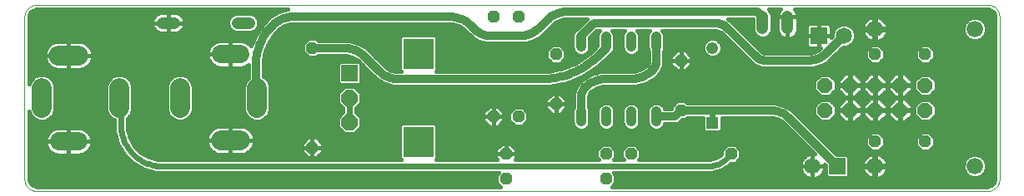
<source format=gbl>
G75*
%MOIN*%
%OFA0B0*%
%FSLAX24Y24*%
%IPPOS*%
%LPD*%
%AMOC8*
5,1,8,0,0,1.08239X$1,22.5*
%
%ADD10C,0.0010*%
%ADD11C,0.0787*%
%ADD12C,0.0748*%
%ADD13R,0.0660X0.0660*%
%ADD14OC8,0.0660*%
%ADD15R,0.1227X0.1227*%
%ADD16OC8,0.0600*%
%ADD17R,0.0480X0.0480*%
%ADD18C,0.0480*%
%ADD19C,0.0480*%
%ADD20OC8,0.0480*%
%ADD21R,0.0650X0.0650*%
%ADD22C,0.0650*%
%ADD23C,0.0660*%
%ADD24C,0.0413*%
%ADD25C,0.0472*%
%ADD26C,0.0160*%
%ADD27C,0.0320*%
%ADD28C,0.0240*%
D10*
X001260Y001510D02*
X039236Y001510D01*
X039280Y001512D01*
X039323Y001518D01*
X039366Y001527D01*
X039407Y001540D01*
X039448Y001557D01*
X039487Y001577D01*
X039523Y001601D01*
X039558Y001627D01*
X039590Y001657D01*
X039620Y001689D01*
X039646Y001724D01*
X039670Y001760D01*
X039690Y001799D01*
X039707Y001840D01*
X039720Y001881D01*
X039729Y001924D01*
X039735Y001967D01*
X039737Y002011D01*
X039736Y002011D02*
X039736Y008514D01*
X039737Y008514D02*
X039735Y008556D01*
X039730Y008597D01*
X039721Y008637D01*
X039708Y008677D01*
X039692Y008716D01*
X039673Y008753D01*
X039651Y008788D01*
X039625Y008821D01*
X039597Y008851D01*
X039567Y008879D01*
X039534Y008905D01*
X039499Y008927D01*
X039462Y008946D01*
X039423Y008962D01*
X039383Y008975D01*
X039343Y008984D01*
X039302Y008989D01*
X039260Y008991D01*
X039260Y008990D02*
X001240Y008990D01*
X001198Y008988D01*
X001157Y008983D01*
X001116Y008974D01*
X001076Y008961D01*
X001037Y008945D01*
X001000Y008926D01*
X000965Y008903D01*
X000931Y008878D01*
X000901Y008849D01*
X000872Y008819D01*
X000847Y008785D01*
X000824Y008750D01*
X000805Y008713D01*
X000789Y008674D01*
X000776Y008634D01*
X000767Y008593D01*
X000762Y008552D01*
X000760Y008510D01*
X000760Y002010D01*
X000762Y001966D01*
X000768Y001923D01*
X000777Y001881D01*
X000790Y001839D01*
X000807Y001799D01*
X000827Y001760D01*
X000850Y001723D01*
X000877Y001689D01*
X000906Y001656D01*
X000939Y001627D01*
X000973Y001600D01*
X001010Y001577D01*
X001049Y001557D01*
X001089Y001540D01*
X001131Y001527D01*
X001173Y001518D01*
X001216Y001512D01*
X001260Y001510D01*
D11*
X008603Y003560D02*
X009390Y003560D01*
X010059Y004866D02*
X010059Y005654D01*
X006970Y005654D02*
X006970Y004866D01*
X004550Y004866D02*
X004550Y005654D01*
X001461Y005654D02*
X001461Y004866D01*
X002130Y006960D02*
X002917Y006960D01*
D12*
X008622Y007010D02*
X009370Y007010D01*
X002898Y003510D02*
X002150Y003510D01*
D13*
X013754Y006244D03*
D14*
X013754Y005260D03*
X013754Y004276D03*
D15*
X016510Y003488D03*
X016510Y007032D03*
D16*
X032760Y005760D03*
X033760Y005760D03*
X034760Y005760D03*
X035760Y005760D03*
X036760Y005760D03*
X036760Y004760D03*
X035760Y004760D03*
X034760Y004760D03*
X033760Y004760D03*
X032760Y004760D03*
D17*
X028260Y004260D03*
D18*
X028260Y007260D03*
D19*
X009750Y008260D02*
X009270Y008260D01*
X006750Y008260D02*
X006270Y008260D01*
D20*
X012260Y007260D03*
X019510Y008510D03*
X020510Y008510D03*
X022010Y007010D03*
X027010Y006760D03*
X022010Y005010D03*
X020510Y004510D03*
X019510Y004510D03*
X020010Y003010D03*
X020010Y002010D03*
X024010Y002010D03*
X024010Y003010D03*
X025010Y003010D03*
X029010Y003010D03*
X034760Y003510D03*
X036760Y003510D03*
X027010Y004760D03*
X034760Y007010D03*
X036760Y007010D03*
X012260Y003260D03*
D21*
X032510Y007760D03*
X033260Y002510D03*
D22*
X032260Y002510D03*
X033510Y007760D03*
D23*
X034760Y008010D03*
X038760Y008010D03*
X038760Y002510D03*
X034760Y002510D03*
D24*
X026010Y004303D02*
X026010Y004717D01*
X025010Y004717D02*
X025010Y004303D01*
X024010Y004303D02*
X024010Y004717D01*
X023010Y004717D02*
X023010Y004303D01*
X023010Y007303D02*
X023010Y007717D01*
X024010Y007717D02*
X024010Y007303D01*
X025010Y007303D02*
X025010Y007717D01*
X026010Y007717D02*
X026010Y007303D01*
D25*
X030260Y008038D02*
X030260Y008510D01*
X031260Y008510D02*
X031260Y008038D01*
D26*
X031260Y008009D02*
X031260Y008009D01*
X031260Y007850D02*
X031260Y007850D01*
X031531Y007720D02*
X031577Y007766D01*
X031616Y007819D01*
X031646Y007878D01*
X031666Y007940D01*
X031676Y008005D01*
X031676Y008510D01*
X031676Y008543D01*
X031666Y008607D01*
X031646Y008670D01*
X031616Y008728D01*
X031577Y008781D01*
X031553Y008805D01*
X039260Y008805D01*
X039317Y008800D01*
X039422Y008756D01*
X039502Y008676D01*
X039546Y008570D01*
X039551Y008514D01*
X039551Y002011D01*
X039545Y001949D01*
X039498Y001835D01*
X039411Y001748D01*
X039297Y001701D01*
X039236Y001695D01*
X024232Y001695D01*
X024390Y001853D01*
X024390Y002167D01*
X024307Y002250D01*
X028228Y002250D01*
X028579Y002344D01*
X028893Y002525D01*
X028998Y002630D01*
X029167Y002630D01*
X029390Y002853D01*
X029390Y003167D01*
X029167Y003390D01*
X028853Y003390D01*
X028630Y003167D01*
X028630Y003001D01*
X028569Y002947D01*
X028375Y002835D01*
X028159Y002777D01*
X028047Y002770D01*
X025307Y002770D01*
X025390Y002853D01*
X025390Y003167D01*
X025167Y003390D01*
X024853Y003390D01*
X024630Y003167D01*
X024630Y002853D01*
X024713Y002770D01*
X024307Y002770D01*
X024390Y002853D01*
X024390Y003167D01*
X024167Y003390D01*
X023853Y003390D01*
X023630Y003167D01*
X023630Y002853D01*
X023713Y002770D01*
X020364Y002770D01*
X020430Y002836D01*
X020430Y003010D01*
X020430Y003184D01*
X020184Y003430D01*
X020010Y003430D01*
X020010Y003010D01*
X020010Y003010D01*
X020430Y003010D01*
X020010Y003010D01*
X020010Y003010D01*
X020010Y003010D01*
X019590Y003010D01*
X019590Y003184D01*
X019836Y003430D01*
X020010Y003430D01*
X020010Y003010D01*
X019590Y003010D01*
X019590Y002836D01*
X019656Y002770D01*
X017216Y002770D01*
X017263Y002817D01*
X017263Y004160D01*
X017181Y004242D01*
X015839Y004242D01*
X015757Y004160D01*
X015757Y002817D01*
X015804Y002770D01*
X006279Y002770D01*
X006095Y002782D01*
X005740Y002877D01*
X005421Y003061D01*
X005161Y003321D01*
X004977Y003640D01*
X004882Y003995D01*
X004870Y004179D01*
X004870Y004432D01*
X005002Y004564D01*
X005083Y004760D01*
X005083Y005760D01*
X005002Y005956D01*
X004852Y006106D01*
X004656Y006187D01*
X004444Y006187D01*
X004247Y006106D01*
X004097Y005956D01*
X004016Y005760D01*
X004016Y004760D01*
X004097Y004564D01*
X004247Y004414D01*
X004350Y004371D01*
X004350Y003925D01*
X004481Y003434D01*
X004735Y002995D01*
X005095Y002635D01*
X005534Y002381D01*
X006025Y002250D01*
X019713Y002250D01*
X019630Y002167D01*
X019630Y001853D01*
X019788Y001695D01*
X001260Y001695D01*
X001199Y001701D01*
X001085Y001748D01*
X000998Y001835D01*
X000951Y001949D01*
X000945Y002010D01*
X000945Y004717D01*
X001008Y004564D01*
X001158Y004414D01*
X001355Y004333D01*
X001567Y004333D01*
X001763Y004414D01*
X001913Y004564D01*
X001994Y004760D01*
X001994Y005760D01*
X001913Y005956D01*
X001763Y006106D01*
X001567Y006187D01*
X001355Y006187D01*
X001158Y006106D01*
X001008Y005956D01*
X000945Y005803D01*
X000945Y008510D01*
X000951Y008568D01*
X000995Y008674D01*
X001076Y008756D01*
X001183Y008800D01*
X001240Y008805D01*
X011286Y008805D01*
X010927Y008709D01*
X010590Y008515D01*
X010495Y008419D01*
X010453Y008377D01*
X010411Y008335D01*
X010411Y008335D01*
X010276Y008200D01*
X009999Y007785D01*
X009815Y007341D01*
X009793Y007371D01*
X009731Y007433D01*
X009661Y007484D01*
X009583Y007524D01*
X009500Y007551D01*
X009414Y007564D01*
X008996Y007564D01*
X008579Y007564D01*
X008492Y007551D01*
X008410Y007524D01*
X008332Y007484D01*
X008261Y007433D01*
X008200Y007371D01*
X008148Y007301D01*
X008109Y007223D01*
X008082Y007140D01*
X008068Y007054D01*
X008068Y007010D01*
X008068Y006967D01*
X008082Y006881D01*
X008109Y006798D01*
X008148Y006720D01*
X008200Y006649D01*
X008261Y006588D01*
X008332Y006537D01*
X008410Y006497D01*
X008492Y006470D01*
X008579Y006456D01*
X008996Y006456D01*
X008996Y007010D01*
X008996Y007010D01*
X008068Y007010D01*
X008996Y007010D01*
X008996Y007010D01*
X008996Y006456D01*
X009414Y006456D01*
X009500Y006470D01*
X009583Y006497D01*
X009661Y006537D01*
X009710Y006572D01*
X009710Y006059D01*
X009607Y005956D01*
X009526Y005760D01*
X009526Y004760D01*
X009607Y004564D01*
X009757Y004414D01*
X009953Y004333D01*
X010165Y004333D01*
X010362Y004414D01*
X010512Y004564D01*
X010593Y004760D01*
X010593Y005760D01*
X010512Y005956D01*
X010362Y006106D01*
X010310Y006127D01*
X010310Y006584D01*
X010319Y006774D01*
X010393Y007146D01*
X010539Y007496D01*
X010749Y007812D01*
X010877Y007953D01*
X010963Y008029D01*
X011162Y008143D01*
X011383Y008202D01*
X011498Y008210D01*
X017742Y008210D01*
X017866Y008202D01*
X018106Y008138D01*
X018321Y008014D01*
X018414Y007932D01*
X018456Y007890D01*
X018456Y007890D01*
X018633Y007713D01*
X018685Y007661D01*
X018914Y007529D01*
X019170Y007460D01*
X020803Y007460D01*
X021099Y007537D01*
X021099Y007537D01*
X021367Y007685D01*
X021434Y007749D01*
X021434Y007749D01*
X021876Y008169D01*
X021876Y008169D01*
X021920Y008210D01*
X021990Y008269D01*
X022150Y008358D01*
X022328Y008404D01*
X022420Y008410D01*
X023236Y008410D01*
X023155Y008329D01*
X023152Y008326D01*
X022852Y008027D01*
X022814Y008011D01*
X022716Y007913D01*
X022663Y007786D01*
X022663Y007234D01*
X022716Y007107D01*
X022814Y007009D01*
X022941Y006957D01*
X023079Y006957D01*
X023206Y007009D01*
X023304Y007107D01*
X023357Y007234D01*
X023357Y007682D01*
X023576Y007902D01*
X023579Y007905D01*
X023619Y007944D01*
X023627Y007951D01*
X023646Y007959D01*
X023656Y007960D01*
X023763Y007960D01*
X023716Y007913D01*
X023663Y007786D01*
X023663Y007338D01*
X023545Y007219D01*
X023545Y007219D01*
X023541Y007215D01*
X023503Y007177D01*
X023287Y006982D01*
X022805Y006659D01*
X022269Y006437D01*
X021700Y006324D01*
X021410Y006310D01*
X017213Y006310D01*
X017263Y006360D01*
X017263Y007703D01*
X017181Y007785D01*
X015839Y007785D01*
X015757Y007703D01*
X015757Y006360D01*
X015807Y006310D01*
X015687Y006310D01*
X015592Y006316D01*
X015407Y006366D01*
X015242Y006461D01*
X015170Y006524D01*
X014592Y007102D01*
X014591Y007103D01*
X014507Y007187D01*
X014418Y007277D01*
X014094Y007463D01*
X013734Y007560D01*
X012497Y007560D01*
X012417Y007640D01*
X012103Y007640D01*
X011880Y007417D01*
X011880Y007103D01*
X012103Y006880D01*
X012417Y006880D01*
X012497Y006960D01*
X013547Y006960D01*
X013654Y006953D01*
X013860Y006898D01*
X014045Y006791D01*
X014125Y006720D01*
X014131Y006714D01*
X013366Y006714D01*
X013284Y006632D01*
X013284Y005856D01*
X013366Y005774D01*
X014142Y005774D01*
X014224Y005856D01*
X014224Y006622D01*
X014788Y006058D01*
X014788Y006058D01*
X014870Y005976D01*
X015173Y005801D01*
X015173Y005801D01*
X015512Y005710D01*
X021760Y005710D01*
X022448Y005847D01*
X022448Y005847D01*
X023096Y006115D01*
X023679Y006505D01*
X023885Y006710D01*
X023965Y006791D01*
X023969Y006795D01*
X024168Y006993D01*
X024206Y007009D01*
X024304Y007107D01*
X024357Y007234D01*
X024357Y007786D01*
X024304Y007913D01*
X024257Y007960D01*
X024763Y007960D01*
X024716Y007913D01*
X024663Y007786D01*
X024663Y007234D01*
X024716Y007107D01*
X024814Y007009D01*
X024941Y006957D01*
X025079Y006957D01*
X025206Y007009D01*
X025304Y007107D01*
X025357Y007234D01*
X025357Y007786D01*
X025304Y007913D01*
X025257Y007960D01*
X025763Y007960D01*
X025716Y007913D01*
X025663Y007786D01*
X025663Y007234D01*
X025710Y007122D01*
X025710Y006699D01*
X025707Y006669D01*
X025684Y006612D01*
X025664Y006588D01*
X025571Y006506D01*
X025356Y006382D01*
X025116Y006318D01*
X024992Y006310D01*
X024033Y006310D01*
X023786Y006310D01*
X023426Y006213D01*
X023102Y006027D01*
X023013Y005937D01*
X023013Y005937D01*
X022970Y005895D01*
X022952Y005876D01*
X022928Y005852D01*
X022845Y005770D01*
X022710Y005443D01*
X022710Y004898D01*
X022663Y004786D01*
X022663Y004234D01*
X022716Y004107D01*
X022814Y004009D01*
X022941Y003957D01*
X023079Y003957D01*
X023206Y004009D01*
X023304Y004107D01*
X023357Y004234D01*
X023357Y004786D01*
X023310Y004898D01*
X023310Y005266D01*
X023316Y005322D01*
X023359Y005427D01*
X023395Y005470D01*
X023395Y005470D01*
X023475Y005541D01*
X023660Y005648D01*
X023866Y005703D01*
X023973Y005710D01*
X025196Y005710D01*
X025591Y005816D01*
X025944Y006020D01*
X026046Y006122D01*
X026046Y006122D01*
X026088Y006164D01*
X026088Y006164D01*
X026089Y006165D01*
X026130Y006206D01*
X026130Y006206D01*
X026195Y006270D01*
X026195Y006270D01*
X026310Y006549D01*
X026310Y007122D01*
X026357Y007234D01*
X026357Y007786D01*
X026304Y007913D01*
X026257Y007960D01*
X028368Y007960D01*
X028419Y007957D01*
X028517Y007930D01*
X028606Y007879D01*
X028644Y007846D01*
X029834Y006655D01*
X029834Y006655D01*
X029906Y006583D01*
X029906Y006583D01*
X030204Y006460D01*
X032295Y006460D01*
X032600Y006542D01*
X032600Y006542D01*
X032874Y006700D01*
X032874Y006700D01*
X032944Y006770D01*
X033469Y007295D01*
X033602Y007295D01*
X033773Y007366D01*
X033904Y007497D01*
X033975Y007668D01*
X033975Y007852D01*
X033904Y008023D01*
X033773Y008154D01*
X033602Y008225D01*
X033418Y008225D01*
X033247Y008154D01*
X033116Y008023D01*
X033045Y007852D01*
X033045Y007719D01*
X033015Y007689D01*
X033015Y007760D01*
X033015Y008109D01*
X033003Y008154D01*
X032979Y008196D01*
X032946Y008229D01*
X032904Y008253D01*
X032859Y008265D01*
X032510Y008265D01*
X032510Y007760D01*
X032510Y007760D01*
X033015Y007760D01*
X032510Y007760D01*
X032510Y007760D01*
X032510Y007255D01*
X032581Y007255D01*
X032562Y007236D01*
X032503Y007184D01*
X032367Y007106D01*
X032215Y007065D01*
X032137Y007060D01*
X030366Y007060D01*
X030324Y007064D01*
X030248Y007096D01*
X030216Y007122D01*
X029026Y008312D01*
X028976Y008362D01*
X028976Y008362D01*
X028893Y008410D01*
X029884Y008410D01*
X029884Y007963D01*
X029941Y007824D01*
X030047Y007719D01*
X030185Y007661D01*
X030335Y007661D01*
X030473Y007719D01*
X030579Y007824D01*
X030636Y007963D01*
X030636Y008585D01*
X030579Y008723D01*
X030497Y008805D01*
X030967Y008805D01*
X030943Y008781D01*
X030904Y008728D01*
X030874Y008670D01*
X030854Y008607D01*
X030844Y008543D01*
X030844Y008510D01*
X030844Y008005D01*
X030854Y007940D01*
X030874Y007878D01*
X030904Y007819D01*
X030943Y007766D01*
X030989Y007720D01*
X031042Y007682D01*
X031100Y007652D01*
X031163Y007632D01*
X031227Y007621D01*
X031260Y007621D01*
X031293Y007621D01*
X031357Y007632D01*
X031420Y007652D01*
X031478Y007682D01*
X031531Y007720D01*
X031492Y007692D02*
X032005Y007692D01*
X032005Y007760D02*
X032005Y007411D01*
X032017Y007366D01*
X032041Y007324D01*
X032074Y007291D01*
X032116Y007267D01*
X032161Y007255D01*
X032510Y007255D01*
X032510Y007760D01*
X032510Y007760D01*
X032510Y007760D01*
X032005Y007760D01*
X032005Y008109D01*
X032017Y008154D01*
X032041Y008196D01*
X032074Y008229D01*
X032116Y008253D01*
X032161Y008265D01*
X032510Y008265D01*
X032510Y007760D01*
X032005Y007760D01*
X032005Y007850D02*
X031632Y007850D01*
X031676Y008009D02*
X032005Y008009D01*
X032510Y008009D02*
X032510Y008009D01*
X032510Y007850D02*
X032510Y007850D01*
X033015Y007850D02*
X033045Y007850D01*
X033015Y008009D02*
X033110Y008009D01*
X032995Y008167D02*
X033278Y008167D01*
X033742Y008167D02*
X034275Y008167D01*
X034263Y008129D02*
X034287Y008206D01*
X034324Y008277D01*
X034371Y008342D01*
X034428Y008399D01*
X034493Y008446D01*
X034564Y008483D01*
X034641Y008507D01*
X034720Y008520D01*
X034730Y008520D01*
X034730Y008040D01*
X034790Y008040D01*
X035270Y008040D01*
X035270Y008050D01*
X035257Y008129D01*
X035233Y008206D01*
X035196Y008277D01*
X035149Y008342D01*
X035092Y008399D01*
X035027Y008446D01*
X034956Y008483D01*
X034879Y008507D01*
X034800Y008520D01*
X034790Y008520D01*
X034790Y008040D01*
X034790Y007980D01*
X035270Y007980D01*
X035270Y007970D01*
X035257Y007891D01*
X035233Y007814D01*
X035196Y007743D01*
X035149Y007678D01*
X035092Y007621D01*
X035027Y007574D01*
X034956Y007537D01*
X034879Y007513D01*
X034800Y007500D01*
X034790Y007500D01*
X034790Y007980D01*
X034730Y007980D01*
X034730Y007500D01*
X034720Y007500D01*
X034641Y007513D01*
X034564Y007537D01*
X034493Y007574D01*
X034428Y007621D01*
X034371Y007678D01*
X034324Y007743D01*
X034287Y007814D01*
X034263Y007891D01*
X034250Y007970D01*
X034250Y007980D01*
X034730Y007980D01*
X034730Y008040D01*
X034250Y008040D01*
X034250Y008050D01*
X034263Y008129D01*
X033910Y008009D02*
X034730Y008009D01*
X034790Y008009D02*
X038290Y008009D01*
X038290Y007917D02*
X038362Y007744D01*
X038494Y007612D01*
X038667Y007540D01*
X038853Y007540D01*
X039026Y007612D01*
X039158Y007744D01*
X039230Y007917D01*
X039230Y008103D01*
X039158Y008276D01*
X039026Y008408D01*
X038853Y008480D01*
X038667Y008480D01*
X038494Y008408D01*
X038362Y008276D01*
X038290Y008103D01*
X038290Y007917D01*
X038318Y007850D02*
X035244Y007850D01*
X034790Y007850D02*
X034730Y007850D01*
X034276Y007850D02*
X033975Y007850D01*
X033975Y007692D02*
X034361Y007692D01*
X034578Y007533D02*
X033919Y007533D01*
X033782Y007375D02*
X034587Y007375D01*
X034603Y007390D02*
X034380Y007167D01*
X034380Y006853D01*
X034603Y006630D01*
X034917Y006630D01*
X035140Y006853D01*
X035140Y007167D01*
X034917Y007390D01*
X034603Y007390D01*
X034933Y007375D02*
X036587Y007375D01*
X036603Y007390D02*
X036380Y007167D01*
X036380Y006853D01*
X036603Y006630D01*
X036917Y006630D01*
X037140Y006853D01*
X037140Y007167D01*
X036917Y007390D01*
X036603Y007390D01*
X036933Y007375D02*
X039551Y007375D01*
X039551Y007533D02*
X034942Y007533D01*
X034790Y007533D02*
X034730Y007533D01*
X034730Y007692D02*
X034790Y007692D01*
X035159Y007692D02*
X038414Y007692D01*
X039106Y007692D02*
X039551Y007692D01*
X039551Y007850D02*
X039202Y007850D01*
X039230Y008009D02*
X039551Y008009D01*
X039551Y008167D02*
X039204Y008167D01*
X039109Y008326D02*
X039551Y008326D01*
X039551Y008484D02*
X034952Y008484D01*
X034790Y008484D02*
X034730Y008484D01*
X034568Y008484D02*
X031676Y008484D01*
X031676Y008510D02*
X031260Y008510D01*
X031676Y008510D01*
X031655Y008643D02*
X039516Y008643D01*
X039303Y008801D02*
X031558Y008801D01*
X030962Y008801D02*
X030501Y008801D01*
X030612Y008643D02*
X030865Y008643D01*
X030844Y008510D02*
X031260Y008510D01*
X031260Y008510D01*
X031260Y007621D01*
X031260Y008510D01*
X031260Y008510D01*
X031260Y008510D01*
X030844Y008510D01*
X030844Y008484D02*
X030636Y008484D01*
X030636Y008326D02*
X030844Y008326D01*
X030844Y008167D02*
X030636Y008167D01*
X030636Y008009D02*
X030844Y008009D01*
X030888Y007850D02*
X030590Y007850D01*
X030408Y007692D02*
X031028Y007692D01*
X031260Y007692D02*
X031260Y007692D01*
X032005Y007533D02*
X029805Y007533D01*
X029647Y007692D02*
X030112Y007692D01*
X029930Y007850D02*
X029488Y007850D01*
X029330Y008009D02*
X029884Y008009D01*
X029884Y008167D02*
X029171Y008167D01*
X029026Y008312D02*
X029026Y008312D01*
X029013Y008326D02*
X029884Y008326D01*
X028639Y007850D02*
X026330Y007850D01*
X026357Y007692D02*
X028798Y007692D01*
X028957Y007533D02*
X028524Y007533D01*
X028475Y007582D02*
X028336Y007640D01*
X028184Y007640D01*
X028045Y007582D01*
X027938Y007475D01*
X027880Y007336D01*
X027880Y007184D01*
X027938Y007045D01*
X028045Y006938D01*
X028184Y006880D01*
X028336Y006880D01*
X028475Y006938D01*
X028582Y007045D01*
X028640Y007184D01*
X028640Y007336D01*
X028582Y007475D01*
X028475Y007582D01*
X027996Y007533D02*
X026357Y007533D01*
X026357Y007375D02*
X027896Y007375D01*
X028624Y007375D02*
X029115Y007375D01*
X029274Y007216D02*
X028640Y007216D01*
X028587Y007058D02*
X029432Y007058D01*
X029591Y006899D02*
X028381Y006899D01*
X028139Y006899D02*
X027430Y006899D01*
X027430Y006934D02*
X027430Y006760D01*
X027010Y006760D01*
X027010Y006760D01*
X027010Y007180D01*
X027184Y007180D01*
X027430Y006934D01*
X027306Y007058D02*
X027933Y007058D01*
X027880Y007216D02*
X026349Y007216D01*
X026310Y007058D02*
X026714Y007058D01*
X026836Y007180D02*
X026590Y006934D01*
X026590Y006760D01*
X027010Y006760D01*
X027010Y006760D01*
X027010Y006760D01*
X027010Y007180D01*
X026836Y007180D01*
X027010Y007058D02*
X027010Y007058D01*
X027010Y006899D02*
X027010Y006899D01*
X027010Y006760D02*
X026590Y006760D01*
X026590Y006586D01*
X026836Y006340D01*
X027010Y006340D01*
X027184Y006340D01*
X027430Y006586D01*
X027430Y006760D01*
X027010Y006760D01*
X027010Y006340D01*
X027010Y006760D01*
X027010Y006760D01*
X027010Y006741D02*
X027010Y006741D01*
X027430Y006741D02*
X029749Y006741D01*
X029910Y006582D02*
X027426Y006582D01*
X027267Y006424D02*
X039551Y006424D01*
X039551Y006582D02*
X032670Y006582D01*
X032915Y006741D02*
X034492Y006741D01*
X034380Y006899D02*
X033073Y006899D01*
X032944Y006770D02*
X032944Y006770D01*
X033232Y007058D02*
X034380Y007058D01*
X034429Y007216D02*
X033390Y007216D01*
X032539Y007216D02*
X030122Y007216D01*
X029964Y007375D02*
X032015Y007375D01*
X032510Y007375D02*
X032510Y007375D01*
X032510Y007533D02*
X032510Y007533D01*
X032510Y007692D02*
X032510Y007692D01*
X033015Y007692D02*
X033017Y007692D01*
X032510Y008167D02*
X032510Y008167D01*
X032025Y008167D02*
X031676Y008167D01*
X031676Y008326D02*
X034359Y008326D01*
X034730Y008326D02*
X034790Y008326D01*
X034790Y008167D02*
X034730Y008167D01*
X035161Y008326D02*
X038411Y008326D01*
X038316Y008167D02*
X035245Y008167D01*
X031260Y008167D02*
X031260Y008167D01*
X031260Y008326D02*
X031260Y008326D01*
X031260Y008484D02*
X031260Y008484D01*
X035091Y007216D02*
X036429Y007216D01*
X036380Y007058D02*
X035140Y007058D01*
X035140Y006899D02*
X036380Y006899D01*
X036492Y006741D02*
X035028Y006741D01*
X034959Y006240D02*
X034780Y006240D01*
X034780Y005780D01*
X035240Y005780D01*
X035240Y005959D01*
X034959Y006240D01*
X035092Y006107D02*
X035428Y006107D01*
X035561Y006240D02*
X035280Y005959D01*
X035280Y005780D01*
X035740Y005780D01*
X035740Y006240D01*
X035561Y006240D01*
X035780Y006240D02*
X035959Y006240D01*
X036240Y005959D01*
X036240Y005780D01*
X035780Y005780D01*
X035780Y005740D01*
X036240Y005740D01*
X036240Y005561D01*
X035959Y005280D01*
X035780Y005280D01*
X035780Y005740D01*
X035740Y005740D01*
X035740Y005280D01*
X035561Y005280D01*
X035280Y005561D01*
X035280Y005740D01*
X035740Y005740D01*
X035740Y005780D01*
X035780Y005780D01*
X035780Y006240D01*
X035780Y006107D02*
X035740Y006107D01*
X036092Y006107D02*
X036484Y006107D01*
X036578Y006200D02*
X036320Y005942D01*
X036320Y005578D01*
X036578Y005320D01*
X036942Y005320D01*
X037200Y005578D01*
X037200Y005942D01*
X036942Y006200D01*
X036578Y006200D01*
X037036Y006107D02*
X039551Y006107D01*
X039551Y006265D02*
X026189Y006265D01*
X026031Y006107D02*
X032484Y006107D01*
X032578Y006200D02*
X032320Y005942D01*
X032320Y005578D01*
X032578Y005320D01*
X032942Y005320D01*
X033200Y005578D01*
X033200Y005942D01*
X032942Y006200D01*
X032578Y006200D01*
X033036Y006107D02*
X033428Y006107D01*
X033561Y006240D02*
X033280Y005959D01*
X033280Y005780D01*
X033740Y005780D01*
X033740Y006240D01*
X033561Y006240D01*
X033780Y006240D02*
X033959Y006240D01*
X034240Y005959D01*
X034240Y005780D01*
X033780Y005780D01*
X033780Y005740D01*
X034240Y005740D01*
X034240Y005561D01*
X033959Y005280D01*
X033780Y005280D01*
X033780Y005740D01*
X033740Y005740D01*
X033740Y005280D01*
X033561Y005280D01*
X033280Y005561D01*
X033280Y005740D01*
X033740Y005740D01*
X033740Y005780D01*
X033780Y005780D01*
X033780Y006240D01*
X033780Y006107D02*
X033740Y006107D01*
X034092Y006107D02*
X034428Y006107D01*
X034561Y006240D02*
X034280Y005959D01*
X034280Y005780D01*
X034740Y005780D01*
X034740Y006240D01*
X034561Y006240D01*
X034740Y006107D02*
X034780Y006107D01*
X034780Y005948D02*
X034740Y005948D01*
X034740Y005790D02*
X034780Y005790D01*
X034780Y005780D02*
X034740Y005780D01*
X034740Y005740D01*
X034780Y005740D01*
X034780Y005780D01*
X034780Y005740D02*
X035240Y005740D01*
X035240Y005561D01*
X034959Y005280D01*
X034780Y005280D01*
X034780Y005740D01*
X034740Y005740D02*
X034740Y005280D01*
X034561Y005280D01*
X034280Y005561D01*
X034280Y005740D01*
X034740Y005740D01*
X034740Y005631D02*
X034780Y005631D01*
X034780Y005473D02*
X034740Y005473D01*
X034369Y005473D02*
X034151Y005473D01*
X034240Y005631D02*
X034280Y005631D01*
X033780Y005631D02*
X033740Y005631D01*
X033740Y005473D02*
X033780Y005473D01*
X033369Y005473D02*
X033095Y005473D01*
X033200Y005631D02*
X033280Y005631D01*
X033280Y005790D02*
X033200Y005790D01*
X033194Y005948D02*
X033280Y005948D01*
X033740Y005948D02*
X033780Y005948D01*
X033780Y005790D02*
X033740Y005790D01*
X034240Y005790D02*
X034280Y005790D01*
X034280Y005948D02*
X034240Y005948D01*
X035240Y005948D02*
X035280Y005948D01*
X035280Y005790D02*
X035240Y005790D01*
X035240Y005631D02*
X035280Y005631D01*
X035369Y005473D02*
X035151Y005473D01*
X034993Y005314D02*
X035527Y005314D01*
X035561Y005240D02*
X035280Y004959D01*
X035280Y004780D01*
X035740Y004780D01*
X035740Y005240D01*
X035561Y005240D01*
X035477Y005156D02*
X035043Y005156D01*
X034959Y005240D02*
X034780Y005240D01*
X034780Y004780D01*
X035240Y004780D01*
X035240Y004959D01*
X034959Y005240D01*
X034780Y005314D02*
X034740Y005314D01*
X034740Y005240D02*
X034561Y005240D01*
X034280Y004959D01*
X034280Y004780D01*
X034740Y004780D01*
X034740Y005240D01*
X034740Y005156D02*
X034780Y005156D01*
X034780Y004997D02*
X034740Y004997D01*
X034477Y005156D02*
X034043Y005156D01*
X033959Y005240D02*
X033780Y005240D01*
X033780Y004780D01*
X034240Y004780D01*
X034240Y004959D01*
X033959Y005240D01*
X033993Y005314D02*
X034527Y005314D01*
X033780Y005314D02*
X033740Y005314D01*
X033740Y005240D02*
X033561Y005240D01*
X033280Y004959D01*
X033280Y004780D01*
X033740Y004780D01*
X033740Y005240D01*
X033740Y005156D02*
X033780Y005156D01*
X033780Y004997D02*
X033740Y004997D01*
X033477Y005156D02*
X032987Y005156D01*
X032942Y005200D02*
X032578Y005200D01*
X032320Y004942D01*
X032320Y004578D01*
X032578Y004320D01*
X032942Y004320D01*
X033200Y004578D01*
X033200Y004942D01*
X032942Y005200D01*
X032533Y005156D02*
X023310Y005156D01*
X023310Y004997D02*
X023800Y004997D01*
X023814Y005011D02*
X023716Y004913D01*
X023663Y004786D01*
X023663Y004234D01*
X023716Y004107D01*
X023814Y004009D01*
X023941Y003957D01*
X024079Y003957D01*
X024206Y004009D01*
X024304Y004107D01*
X024357Y004234D01*
X024357Y004786D01*
X024304Y004913D01*
X024206Y005011D01*
X024079Y005063D01*
X023941Y005063D01*
X023814Y005011D01*
X024220Y004997D02*
X024800Y004997D01*
X024814Y005011D02*
X024716Y004913D01*
X024663Y004786D01*
X024663Y004234D01*
X024716Y004107D01*
X024814Y004009D01*
X024941Y003957D01*
X025079Y003957D01*
X025206Y004009D01*
X025304Y004107D01*
X025357Y004234D01*
X025357Y004786D01*
X025304Y004913D01*
X025206Y005011D01*
X025079Y005063D01*
X024941Y005063D01*
X024814Y005011D01*
X025220Y004997D02*
X025800Y004997D01*
X025814Y005011D02*
X025716Y004913D01*
X025663Y004786D01*
X025663Y004234D01*
X025716Y004107D01*
X025814Y004009D01*
X025941Y003957D01*
X026079Y003957D01*
X026206Y004009D01*
X026304Y004107D01*
X026347Y004210D01*
X026820Y004210D01*
X026930Y004256D01*
X027054Y004380D01*
X027167Y004380D01*
X027247Y004460D01*
X027880Y004460D01*
X027880Y003962D01*
X027962Y003880D01*
X028558Y003880D01*
X028640Y003962D01*
X028640Y004460D01*
X030571Y004460D01*
X030670Y004453D01*
X030862Y004402D01*
X031034Y004303D01*
X031109Y004237D01*
X032337Y003009D01*
X032300Y003015D01*
X032260Y003015D01*
X032260Y002510D01*
X032765Y002510D01*
X032765Y002550D01*
X032759Y002587D01*
X032795Y002551D01*
X032795Y002127D01*
X032877Y002045D01*
X033643Y002045D01*
X033725Y002127D01*
X033725Y002893D01*
X033643Y002975D01*
X033219Y002975D01*
X031491Y004704D01*
X031491Y004704D01*
X031406Y004788D01*
X031096Y004967D01*
X031096Y004967D01*
X030750Y005060D01*
X027247Y005060D01*
X027167Y005140D01*
X026853Y005140D01*
X026630Y004917D01*
X026630Y004810D01*
X026347Y004810D01*
X026304Y004913D01*
X026206Y005011D01*
X026079Y005063D01*
X025941Y005063D01*
X025814Y005011D01*
X026220Y004997D02*
X026710Y004997D01*
X026630Y004839D02*
X026335Y004839D01*
X025685Y004839D02*
X025335Y004839D01*
X025357Y004680D02*
X025663Y004680D01*
X025663Y004522D02*
X025357Y004522D01*
X025357Y004363D02*
X025663Y004363D01*
X025676Y004205D02*
X025344Y004205D01*
X025243Y004046D02*
X025777Y004046D01*
X026243Y004046D02*
X027880Y004046D01*
X027880Y004205D02*
X026344Y004205D01*
X027037Y004363D02*
X027880Y004363D01*
X028640Y004363D02*
X030929Y004363D01*
X031141Y004205D02*
X028640Y004205D01*
X028640Y004046D02*
X031300Y004046D01*
X031990Y004205D02*
X039551Y004205D01*
X039551Y004046D02*
X032148Y004046D01*
X032307Y003888D02*
X034600Y003888D01*
X034603Y003890D02*
X034380Y003667D01*
X034380Y003353D01*
X034603Y003130D01*
X034917Y003130D01*
X035140Y003353D01*
X035140Y003667D01*
X034917Y003890D01*
X034603Y003890D01*
X034442Y003729D02*
X032465Y003729D01*
X032624Y003571D02*
X034380Y003571D01*
X034380Y003412D02*
X032782Y003412D01*
X032941Y003254D02*
X034479Y003254D01*
X035041Y003254D02*
X036479Y003254D01*
X036380Y003353D02*
X036603Y003130D01*
X036917Y003130D01*
X037140Y003353D01*
X037140Y003667D01*
X036917Y003890D01*
X036603Y003890D01*
X036380Y003667D01*
X036380Y003353D01*
X036380Y003412D02*
X035140Y003412D01*
X035140Y003571D02*
X036380Y003571D01*
X036442Y003729D02*
X035078Y003729D01*
X034920Y003888D02*
X036600Y003888D01*
X036920Y003888D02*
X039551Y003888D01*
X039551Y003729D02*
X037078Y003729D01*
X037140Y003571D02*
X039551Y003571D01*
X039551Y003412D02*
X037140Y003412D01*
X037041Y003254D02*
X039551Y003254D01*
X039551Y003095D02*
X033099Y003095D01*
X033681Y002937D02*
X034479Y002937D01*
X034493Y002946D02*
X034428Y002899D01*
X034371Y002842D01*
X034324Y002777D01*
X034287Y002706D01*
X034263Y002629D01*
X034250Y002550D01*
X034250Y002540D01*
X034730Y002540D01*
X034730Y003020D01*
X034720Y003020D01*
X034641Y003007D01*
X034564Y002983D01*
X034493Y002946D01*
X034730Y002937D02*
X034790Y002937D01*
X034800Y003020D02*
X034790Y003020D01*
X034790Y002540D01*
X035270Y002540D01*
X035270Y002550D01*
X035257Y002629D01*
X035233Y002706D01*
X035196Y002777D01*
X035149Y002842D01*
X035092Y002899D01*
X035027Y002946D01*
X034956Y002983D01*
X034879Y003007D01*
X034800Y003020D01*
X035041Y002937D02*
X038561Y002937D01*
X038494Y002908D02*
X038667Y002980D01*
X038853Y002980D01*
X039026Y002908D01*
X039158Y002776D01*
X039230Y002603D01*
X039230Y002417D01*
X039158Y002244D01*
X039026Y002112D01*
X038853Y002040D01*
X038667Y002040D01*
X038494Y002112D01*
X038362Y002244D01*
X038290Y002417D01*
X038290Y002603D01*
X038362Y002776D01*
X038494Y002908D01*
X038959Y002937D02*
X039551Y002937D01*
X039551Y002778D02*
X039157Y002778D01*
X039223Y002620D02*
X039551Y002620D01*
X039551Y002461D02*
X039230Y002461D01*
X039183Y002303D02*
X039551Y002303D01*
X039551Y002144D02*
X039059Y002144D01*
X039549Y001986D02*
X024390Y001986D01*
X024390Y002144D02*
X031912Y002144D01*
X031931Y002125D02*
X031995Y002078D01*
X032066Y002042D01*
X032142Y002017D01*
X032220Y002005D01*
X032260Y002005D01*
X032300Y002005D01*
X032378Y002017D01*
X032454Y002042D01*
X032525Y002078D01*
X032589Y002125D01*
X032645Y002181D01*
X032692Y002245D01*
X032728Y002316D01*
X032753Y002392D01*
X032765Y002470D01*
X032765Y002510D01*
X032260Y002510D01*
X032260Y002510D01*
X032260Y002510D01*
X032260Y002005D01*
X032260Y002510D01*
X032260Y002510D01*
X032260Y002510D01*
X031755Y002510D01*
X031755Y002550D01*
X031767Y002628D01*
X031792Y002704D01*
X031828Y002775D01*
X031875Y002839D01*
X031931Y002895D01*
X031995Y002942D01*
X032066Y002978D01*
X032142Y003003D01*
X032220Y003015D01*
X032260Y003015D01*
X032260Y002510D01*
X031755Y002510D01*
X031755Y002470D01*
X031767Y002392D01*
X031792Y002316D01*
X031828Y002245D01*
X031875Y002181D01*
X031931Y002125D01*
X032260Y002144D02*
X032260Y002144D01*
X032608Y002144D02*
X032795Y002144D01*
X032795Y002303D02*
X032721Y002303D01*
X032764Y002461D02*
X032795Y002461D01*
X032260Y002461D02*
X032260Y002461D01*
X032260Y002303D02*
X032260Y002303D01*
X031799Y002303D02*
X028424Y002303D01*
X028579Y002344D02*
X028579Y002344D01*
X028782Y002461D02*
X031756Y002461D01*
X031766Y002620D02*
X028987Y002620D01*
X028893Y002525D02*
X028893Y002525D01*
X029315Y002778D02*
X031831Y002778D01*
X032260Y002778D02*
X032260Y002778D01*
X032260Y002620D02*
X032260Y002620D01*
X032260Y002937D02*
X032260Y002937D01*
X031988Y002937D02*
X029390Y002937D01*
X029390Y003095D02*
X032251Y003095D01*
X032092Y003254D02*
X029304Y003254D01*
X028716Y003254D02*
X025304Y003254D01*
X025390Y003095D02*
X028630Y003095D01*
X028551Y002937D02*
X025390Y002937D01*
X024630Y002937D02*
X024390Y002937D01*
X024390Y003095D02*
X024630Y003095D01*
X024716Y003254D02*
X024304Y003254D01*
X023716Y003254D02*
X020360Y003254D01*
X020430Y003095D02*
X023630Y003095D01*
X023630Y002937D02*
X020430Y002937D01*
X020372Y002778D02*
X023705Y002778D01*
X024315Y002778D02*
X024705Y002778D01*
X025315Y002778D02*
X028161Y002778D01*
X031775Y003571D02*
X017263Y003571D01*
X017263Y003412D02*
X019818Y003412D01*
X020010Y003412D02*
X020010Y003412D01*
X020202Y003412D02*
X031934Y003412D01*
X031617Y003729D02*
X017263Y003729D01*
X017263Y003888D02*
X027955Y003888D01*
X028565Y003888D02*
X031458Y003888D01*
X031831Y004363D02*
X032535Y004363D01*
X032376Y004522D02*
X031673Y004522D01*
X031514Y004680D02*
X032320Y004680D01*
X032320Y004839D02*
X031319Y004839D01*
X031406Y004788D02*
X031406Y004788D01*
X030985Y004997D02*
X032375Y004997D01*
X033145Y004997D02*
X033318Y004997D01*
X033280Y004839D02*
X033200Y004839D01*
X033280Y004740D02*
X033280Y004561D01*
X033561Y004280D01*
X033740Y004280D01*
X033740Y004740D01*
X033780Y004740D01*
X033780Y004780D01*
X033740Y004780D01*
X033740Y004740D01*
X033280Y004740D01*
X033280Y004680D02*
X033200Y004680D01*
X033144Y004522D02*
X033320Y004522D01*
X033478Y004363D02*
X032985Y004363D01*
X033740Y004363D02*
X033780Y004363D01*
X033780Y004280D02*
X033959Y004280D01*
X034240Y004561D01*
X034240Y004740D01*
X033780Y004740D01*
X033780Y004280D01*
X034042Y004363D02*
X034478Y004363D01*
X034561Y004280D02*
X034740Y004280D01*
X034740Y004740D01*
X034780Y004740D01*
X034780Y004780D01*
X034740Y004780D01*
X034740Y004740D01*
X034280Y004740D01*
X034280Y004561D01*
X034561Y004280D01*
X034740Y004363D02*
X034780Y004363D01*
X034780Y004280D02*
X034959Y004280D01*
X035240Y004561D01*
X035240Y004740D01*
X034780Y004740D01*
X034780Y004280D01*
X035042Y004363D02*
X035478Y004363D01*
X035561Y004280D02*
X035740Y004280D01*
X035740Y004740D01*
X035780Y004740D01*
X035780Y004780D01*
X036240Y004780D01*
X036240Y004959D01*
X035959Y005240D01*
X035780Y005240D01*
X035780Y004780D01*
X035740Y004780D01*
X035740Y004740D01*
X035280Y004740D01*
X035280Y004561D01*
X035561Y004280D01*
X035740Y004363D02*
X035780Y004363D01*
X035780Y004280D02*
X035959Y004280D01*
X036240Y004561D01*
X036240Y004740D01*
X035780Y004740D01*
X035780Y004280D01*
X036042Y004363D02*
X036535Y004363D01*
X036578Y004320D02*
X036942Y004320D01*
X037200Y004578D01*
X037200Y004942D01*
X036942Y005200D01*
X036578Y005200D01*
X036320Y004942D01*
X036320Y004578D01*
X036578Y004320D01*
X036985Y004363D02*
X039551Y004363D01*
X039551Y004522D02*
X037144Y004522D01*
X037200Y004680D02*
X039551Y004680D01*
X039551Y004839D02*
X037200Y004839D01*
X037145Y004997D02*
X039551Y004997D01*
X039551Y005156D02*
X036987Y005156D01*
X036533Y005156D02*
X036043Y005156D01*
X036202Y004997D02*
X036375Y004997D01*
X035780Y004997D02*
X035740Y004997D01*
X035740Y005156D02*
X035780Y005156D01*
X035318Y004997D02*
X035202Y004997D01*
X035240Y004839D02*
X035280Y004839D01*
X035280Y004680D02*
X035240Y004680D01*
X034780Y004680D02*
X034740Y004680D01*
X034740Y004839D02*
X034780Y004839D01*
X034280Y004839D02*
X034240Y004839D01*
X034240Y004680D02*
X034280Y004680D01*
X033780Y004680D02*
X033740Y004680D01*
X033740Y004839D02*
X033780Y004839D01*
X034202Y004997D02*
X034318Y004997D01*
X033527Y005314D02*
X023315Y005314D01*
X022710Y005314D02*
X022300Y005314D01*
X022184Y005430D02*
X022010Y005430D01*
X022010Y005010D01*
X022010Y005010D01*
X022430Y005010D01*
X022430Y005184D01*
X022184Y005430D01*
X022010Y005430D02*
X021836Y005430D01*
X021590Y005184D01*
X021590Y005010D01*
X022010Y005010D01*
X022010Y005010D01*
X022010Y005010D01*
X022010Y005430D01*
X022010Y005314D02*
X022010Y005314D01*
X021720Y005314D02*
X014224Y005314D01*
X014224Y005455D02*
X013949Y005730D01*
X013559Y005730D01*
X013284Y005455D01*
X013284Y005065D01*
X013494Y004855D01*
X013494Y004680D01*
X010560Y004680D01*
X010593Y004839D02*
X013494Y004839D01*
X013494Y004680D02*
X013284Y004470D01*
X013284Y004081D01*
X013559Y003806D01*
X013949Y003806D01*
X014224Y004081D01*
X014224Y004470D01*
X014014Y004680D01*
X014014Y004855D01*
X014224Y005065D01*
X014224Y005455D01*
X014206Y005473D02*
X022722Y005473D01*
X022788Y005631D02*
X014048Y005631D01*
X014157Y005790D02*
X015215Y005790D01*
X014918Y005948D02*
X014224Y005948D01*
X014224Y006107D02*
X014739Y006107D01*
X014581Y006265D02*
X014224Y006265D01*
X014224Y006424D02*
X014422Y006424D01*
X014264Y006582D02*
X014224Y006582D01*
X014102Y006741D02*
X010318Y006741D01*
X010344Y006899D02*
X012084Y006899D01*
X012436Y006899D02*
X013855Y006899D01*
X014637Y007058D02*
X015757Y007058D01*
X015757Y007216D02*
X014478Y007216D01*
X014507Y007187D02*
X014507Y007187D01*
X014418Y007277D02*
X014418Y007277D01*
X014248Y007375D02*
X015757Y007375D01*
X015757Y007533D02*
X013834Y007533D01*
X014094Y007463D02*
X014094Y007463D01*
X015757Y007692D02*
X010669Y007692D01*
X010563Y007533D02*
X011996Y007533D01*
X011880Y007375D02*
X010488Y007375D01*
X010422Y007216D02*
X011880Y007216D01*
X011925Y007058D02*
X010376Y007058D01*
X009829Y007375D02*
X009790Y007375D01*
X009894Y007533D02*
X009555Y007533D01*
X009960Y007692D02*
X000945Y007692D01*
X000945Y007533D02*
X002078Y007533D01*
X002085Y007534D02*
X001996Y007520D01*
X001910Y007492D01*
X001829Y007451D01*
X001756Y007398D01*
X001692Y007334D01*
X001639Y007261D01*
X001598Y007181D01*
X001571Y007095D01*
X001556Y007006D01*
X001556Y006960D01*
X001556Y006915D01*
X001571Y006826D01*
X001598Y006740D01*
X001639Y006660D01*
X001692Y006587D01*
X001756Y006523D01*
X001829Y006470D01*
X001910Y006429D01*
X001996Y006401D01*
X002085Y006387D01*
X002524Y006387D01*
X002963Y006387D01*
X003052Y006401D01*
X003138Y006429D01*
X003218Y006470D01*
X003291Y006523D01*
X003355Y006587D01*
X003408Y006660D01*
X003449Y006740D01*
X003477Y006826D01*
X003491Y006915D01*
X003491Y006960D01*
X002524Y006960D01*
X002524Y006387D01*
X002524Y006960D01*
X002524Y006960D01*
X002524Y006960D01*
X003491Y006960D01*
X003491Y007006D01*
X003477Y007095D01*
X003449Y007181D01*
X003408Y007261D01*
X003355Y007334D01*
X003291Y007398D01*
X003218Y007451D01*
X003138Y007492D01*
X003052Y007520D01*
X002963Y007534D01*
X002524Y007534D01*
X002524Y006960D01*
X001556Y006960D01*
X002524Y006960D01*
X002524Y006960D01*
X002524Y006960D01*
X002524Y007534D01*
X002085Y007534D01*
X002524Y007533D02*
X002524Y007533D01*
X002969Y007533D02*
X008438Y007533D01*
X008996Y007533D02*
X008996Y007533D01*
X008996Y007564D02*
X008996Y007010D01*
X008996Y007010D01*
X008996Y007564D01*
X008996Y007375D02*
X008996Y007375D01*
X008996Y007216D02*
X008996Y007216D01*
X008996Y007058D02*
X008996Y007058D01*
X008996Y006899D02*
X008996Y006899D01*
X008996Y006741D02*
X008996Y006741D01*
X008996Y006582D02*
X008996Y006582D01*
X008269Y006582D02*
X003350Y006582D01*
X003122Y006424D02*
X009710Y006424D01*
X009710Y006265D02*
X000945Y006265D01*
X000945Y006107D02*
X001159Y006107D01*
X001005Y005948D02*
X000945Y005948D01*
X001762Y006107D02*
X004248Y006107D01*
X004851Y006107D02*
X006669Y006107D01*
X006668Y006106D02*
X006518Y005956D01*
X006437Y005760D01*
X006437Y004760D01*
X006518Y004564D01*
X006668Y004414D01*
X006864Y004333D01*
X007076Y004333D01*
X007273Y004414D01*
X007423Y004564D01*
X007504Y004760D01*
X007504Y005760D01*
X007423Y005956D01*
X007273Y006106D01*
X007076Y006187D01*
X006864Y006187D01*
X006668Y006106D01*
X007272Y006107D02*
X009710Y006107D01*
X009603Y005948D02*
X007426Y005948D01*
X007492Y005790D02*
X009538Y005790D01*
X009526Y005631D02*
X007504Y005631D01*
X007504Y005473D02*
X009526Y005473D01*
X009526Y005314D02*
X007504Y005314D01*
X007504Y005156D02*
X009526Y005156D01*
X009526Y004997D02*
X007504Y004997D01*
X007504Y004839D02*
X009526Y004839D01*
X009559Y004680D02*
X007471Y004680D01*
X007380Y004522D02*
X009649Y004522D01*
X009880Y004363D02*
X007150Y004363D01*
X006791Y004363D02*
X004870Y004363D01*
X004960Y004522D02*
X006560Y004522D01*
X006470Y004680D02*
X005050Y004680D01*
X005083Y004839D02*
X006437Y004839D01*
X006437Y004997D02*
X005083Y004997D01*
X005083Y005156D02*
X006437Y005156D01*
X006437Y005314D02*
X005083Y005314D01*
X005083Y005473D02*
X006437Y005473D01*
X006437Y005631D02*
X005083Y005631D01*
X005071Y005790D02*
X006449Y005790D01*
X006514Y005948D02*
X005006Y005948D01*
X004094Y005948D02*
X001917Y005948D01*
X001982Y005790D02*
X004028Y005790D01*
X004016Y005631D02*
X001994Y005631D01*
X001994Y005473D02*
X004016Y005473D01*
X004016Y005314D02*
X001994Y005314D01*
X001994Y005156D02*
X004016Y005156D01*
X004016Y004997D02*
X001994Y004997D01*
X001994Y004839D02*
X004016Y004839D01*
X004049Y004680D02*
X001961Y004680D01*
X001871Y004522D02*
X004140Y004522D01*
X004350Y004363D02*
X001640Y004363D01*
X001281Y004363D02*
X000945Y004363D01*
X000945Y004522D02*
X001051Y004522D01*
X000960Y004680D02*
X000945Y004680D01*
X000945Y004205D02*
X004350Y004205D01*
X004350Y004046D02*
X003040Y004046D01*
X003028Y004050D02*
X002941Y004064D01*
X002524Y004064D01*
X002524Y003510D01*
X002524Y003510D01*
X003452Y003510D01*
X003452Y003553D01*
X003438Y003639D01*
X003411Y003722D01*
X003372Y003800D01*
X003320Y003871D01*
X003259Y003932D01*
X003188Y003983D01*
X003110Y004023D01*
X003028Y004050D01*
X002524Y004046D02*
X002524Y004046D01*
X002524Y004064D02*
X002106Y004064D01*
X002020Y004050D01*
X001937Y004023D01*
X001859Y003983D01*
X001789Y003932D01*
X001727Y003871D01*
X001676Y003800D01*
X001636Y003722D01*
X001609Y003639D01*
X001596Y003553D01*
X001596Y003510D01*
X002524Y003510D01*
X002524Y003510D01*
X002524Y004064D01*
X002524Y003888D02*
X002524Y003888D01*
X002524Y003729D02*
X002524Y003729D01*
X002524Y003571D02*
X002524Y003571D01*
X002524Y003510D02*
X002524Y003510D01*
X003452Y003510D01*
X003452Y003466D01*
X003438Y003380D01*
X003411Y003297D01*
X003372Y003219D01*
X003320Y003149D01*
X003259Y003087D01*
X003188Y003036D01*
X003110Y002996D01*
X003028Y002969D01*
X002941Y002956D01*
X002524Y002956D01*
X002524Y003510D01*
X002524Y003510D01*
X001596Y003510D01*
X001596Y003466D01*
X001609Y003380D01*
X001636Y003297D01*
X001676Y003219D01*
X001727Y003149D01*
X001789Y003087D01*
X001859Y003036D01*
X001937Y002996D01*
X002020Y002969D01*
X002106Y002956D01*
X002524Y002956D01*
X002524Y003510D01*
X002524Y003412D02*
X002524Y003412D01*
X002524Y003254D02*
X002524Y003254D01*
X002524Y003095D02*
X002524Y003095D01*
X003267Y003095D02*
X004677Y003095D01*
X004735Y002995D02*
X004735Y002995D01*
X004793Y002937D02*
X000945Y002937D01*
X000945Y003095D02*
X001781Y003095D01*
X001658Y003254D02*
X000945Y003254D01*
X000945Y003412D02*
X001604Y003412D01*
X001598Y003571D02*
X000945Y003571D01*
X000945Y003729D02*
X001640Y003729D01*
X001744Y003888D02*
X000945Y003888D01*
X000945Y004046D02*
X002008Y004046D01*
X003303Y003888D02*
X004360Y003888D01*
X004402Y003729D02*
X003408Y003729D01*
X003449Y003571D02*
X004445Y003571D01*
X004481Y003434D02*
X004481Y003434D01*
X004494Y003412D02*
X003443Y003412D01*
X003389Y003254D02*
X004586Y003254D01*
X005229Y003254D02*
X008116Y003254D01*
X008112Y003259D02*
X008165Y003186D01*
X008229Y003122D01*
X008302Y003069D01*
X008382Y003028D01*
X008468Y003000D01*
X008557Y002986D01*
X008996Y002986D01*
X008996Y003560D01*
X008996Y004133D01*
X008557Y004133D01*
X008468Y004119D01*
X008382Y004091D01*
X008302Y004050D01*
X008229Y003997D01*
X008165Y003933D01*
X008112Y003860D01*
X008071Y003780D01*
X008043Y003694D01*
X008029Y003605D01*
X008029Y003560D01*
X008996Y003560D01*
X008996Y003560D01*
X008996Y003560D01*
X008996Y004133D01*
X009435Y004133D01*
X009524Y004119D01*
X009610Y004091D01*
X009691Y004050D01*
X009764Y003997D01*
X009828Y003933D01*
X009881Y003860D01*
X009922Y003780D01*
X009949Y003694D01*
X009964Y003605D01*
X009964Y003560D01*
X008996Y003560D01*
X008029Y003560D01*
X008029Y003514D01*
X008043Y003425D01*
X008071Y003339D01*
X008112Y003259D01*
X008266Y003095D02*
X005387Y003095D01*
X005637Y002937D02*
X011990Y002937D01*
X012086Y002840D02*
X011840Y003086D01*
X011840Y003260D01*
X012260Y003260D01*
X012260Y003260D01*
X012260Y003680D01*
X012434Y003680D01*
X012680Y003434D01*
X012680Y003260D01*
X012260Y003260D01*
X012260Y003260D01*
X012260Y003260D01*
X012260Y003680D01*
X012086Y003680D01*
X011840Y003434D01*
X011840Y003260D01*
X012260Y003260D01*
X012680Y003260D01*
X012680Y003086D01*
X012434Y002840D01*
X012260Y002840D01*
X012260Y003260D01*
X012260Y003260D01*
X012260Y002840D01*
X012086Y002840D01*
X012260Y002937D02*
X012260Y002937D01*
X012530Y002937D02*
X015757Y002937D01*
X015757Y003095D02*
X012680Y003095D01*
X012680Y003254D02*
X015757Y003254D01*
X015757Y003412D02*
X012680Y003412D01*
X012543Y003571D02*
X015757Y003571D01*
X015757Y003729D02*
X009938Y003729D01*
X009861Y003888D02*
X013478Y003888D01*
X013319Y004046D02*
X009696Y004046D01*
X008996Y004046D02*
X008996Y004046D01*
X008296Y004046D02*
X004879Y004046D01*
X004870Y004205D02*
X013284Y004205D01*
X013284Y004363D02*
X010239Y004363D01*
X010469Y004522D02*
X013335Y004522D01*
X014015Y004680D02*
X019090Y004680D01*
X019090Y004684D02*
X019090Y004510D01*
X019510Y004510D01*
X019510Y004510D01*
X019510Y004930D01*
X019684Y004930D01*
X019930Y004684D01*
X019930Y004510D01*
X019510Y004510D01*
X019510Y004510D01*
X019510Y004510D01*
X019510Y004930D01*
X019336Y004930D01*
X019090Y004684D01*
X019245Y004839D02*
X014014Y004839D01*
X014156Y004997D02*
X021590Y004997D01*
X021590Y005010D02*
X021590Y004836D01*
X021836Y004590D01*
X022010Y004590D01*
X022184Y004590D01*
X022430Y004836D01*
X022430Y005010D01*
X022010Y005010D01*
X022010Y004590D01*
X022010Y005010D01*
X022010Y005010D01*
X021590Y005010D01*
X021590Y005156D02*
X014224Y005156D01*
X013352Y004997D02*
X010593Y004997D01*
X010593Y005156D02*
X013284Y005156D01*
X013284Y005314D02*
X010593Y005314D01*
X010593Y005473D02*
X013302Y005473D01*
X013460Y005631D02*
X010593Y005631D01*
X010581Y005790D02*
X013351Y005790D01*
X013284Y005948D02*
X010515Y005948D01*
X010361Y006107D02*
X013284Y006107D01*
X013284Y006265D02*
X010310Y006265D01*
X010310Y006424D02*
X013284Y006424D01*
X013284Y006582D02*
X010310Y006582D01*
X008138Y006741D02*
X003449Y006741D01*
X003489Y006899D02*
X008079Y006899D01*
X008069Y007058D02*
X003483Y007058D01*
X003431Y007216D02*
X008106Y007216D01*
X008203Y007375D02*
X003315Y007375D01*
X002524Y007375D02*
X002524Y007375D01*
X002524Y007216D02*
X002524Y007216D01*
X002524Y007058D02*
X002524Y007058D01*
X002524Y006899D02*
X002524Y006899D01*
X002524Y006741D02*
X002524Y006741D01*
X002524Y006582D02*
X002524Y006582D01*
X002524Y006424D02*
X002524Y006424D01*
X001926Y006424D02*
X000945Y006424D01*
X000945Y006582D02*
X001697Y006582D01*
X001598Y006741D02*
X000945Y006741D01*
X000945Y006899D02*
X001559Y006899D01*
X001565Y007058D02*
X000945Y007058D01*
X000945Y007216D02*
X001616Y007216D01*
X001733Y007375D02*
X000945Y007375D01*
X000945Y007850D02*
X006174Y007850D01*
X006172Y007850D02*
X006237Y007840D01*
X006510Y007840D01*
X006783Y007840D01*
X006848Y007850D01*
X006911Y007871D01*
X006970Y007901D01*
X007024Y007940D01*
X007070Y007986D01*
X007109Y008040D01*
X007139Y008099D01*
X007160Y008162D01*
X007170Y008227D01*
X007170Y008260D01*
X007170Y008293D01*
X007160Y008358D01*
X007139Y008421D01*
X007109Y008480D01*
X007070Y008534D01*
X007024Y008580D01*
X006970Y008619D01*
X006911Y008649D01*
X006848Y008670D01*
X006783Y008680D01*
X006510Y008680D01*
X006510Y008260D01*
X006510Y008260D01*
X007170Y008260D01*
X006510Y008260D01*
X006510Y008260D01*
X006510Y008680D01*
X006237Y008680D01*
X006172Y008670D01*
X006109Y008649D01*
X006050Y008619D01*
X005996Y008580D01*
X005950Y008534D01*
X005911Y008480D01*
X005881Y008421D01*
X005860Y008358D01*
X005850Y008293D01*
X005850Y008260D01*
X006510Y008260D01*
X006510Y007840D01*
X006510Y008260D01*
X006510Y008260D01*
X006510Y008260D01*
X005850Y008260D01*
X005850Y008227D01*
X005860Y008162D01*
X005881Y008099D01*
X005911Y008040D01*
X005950Y007986D01*
X005996Y007940D01*
X006050Y007901D01*
X006109Y007871D01*
X006172Y007850D01*
X005934Y008009D02*
X000945Y008009D01*
X000945Y008167D02*
X005859Y008167D01*
X005855Y008326D02*
X000945Y008326D01*
X000945Y008484D02*
X005914Y008484D01*
X006096Y008643D02*
X000982Y008643D01*
X001197Y008801D02*
X011270Y008801D01*
X010927Y008709D02*
X010927Y008709D01*
X010812Y008643D02*
X006924Y008643D01*
X007106Y008484D02*
X008957Y008484D01*
X008948Y008475D02*
X008890Y008336D01*
X008890Y008184D01*
X008948Y008045D01*
X009055Y007938D01*
X009194Y007880D01*
X009826Y007880D01*
X009965Y007938D01*
X010072Y008045D01*
X010130Y008184D01*
X010130Y008336D01*
X010072Y008475D01*
X009965Y008582D01*
X009826Y008640D01*
X009194Y008640D01*
X009055Y008582D01*
X008948Y008475D01*
X008890Y008326D02*
X007165Y008326D01*
X007161Y008167D02*
X008897Y008167D01*
X008984Y008009D02*
X007086Y008009D01*
X006846Y007850D02*
X010042Y007850D01*
X010036Y008009D02*
X010148Y008009D01*
X010123Y008167D02*
X010254Y008167D01*
X010276Y008200D02*
X010276Y008200D01*
X010401Y008326D02*
X010130Y008326D01*
X010495Y008419D02*
X010495Y008419D01*
X010560Y008484D02*
X010063Y008484D01*
X010590Y008515D02*
X010590Y008515D01*
X011251Y008167D02*
X017996Y008167D01*
X018326Y008009D02*
X010941Y008009D01*
X010877Y007953D02*
X010877Y007953D01*
X010877Y007953D01*
X010784Y007850D02*
X018496Y007850D01*
X018633Y007713D02*
X018633Y007713D01*
X018654Y007692D02*
X017263Y007692D01*
X017263Y007533D02*
X018907Y007533D01*
X018914Y007529D02*
X018914Y007529D01*
X018685Y007661D02*
X018685Y007661D01*
X017263Y007375D02*
X021837Y007375D01*
X021853Y007390D02*
X021630Y007167D01*
X021630Y006853D01*
X021853Y006630D01*
X022167Y006630D01*
X022390Y006853D01*
X022390Y007167D01*
X022167Y007390D01*
X021853Y007390D01*
X022183Y007375D02*
X022663Y007375D01*
X023357Y007375D02*
X023663Y007375D01*
X023663Y007533D02*
X023357Y007533D01*
X023366Y007692D02*
X023663Y007692D01*
X023690Y007850D02*
X023524Y007850D01*
X022812Y008009D02*
X021707Y008009D01*
X021540Y007850D02*
X022690Y007850D01*
X022663Y007692D02*
X021373Y007692D01*
X021367Y007685D02*
X021367Y007685D01*
X021085Y007533D02*
X022663Y007533D01*
X022671Y007216D02*
X022341Y007216D01*
X022390Y007058D02*
X022765Y007058D01*
X023254Y007058D02*
X023371Y007058D01*
X023349Y007216D02*
X023542Y007216D01*
X024254Y007058D02*
X024765Y007058D01*
X024671Y007216D02*
X024349Y007216D01*
X024357Y007375D02*
X024663Y007375D01*
X025357Y007375D02*
X025663Y007375D01*
X025663Y007533D02*
X025357Y007533D01*
X025357Y007692D02*
X025663Y007692D01*
X025690Y007850D02*
X025330Y007850D01*
X024690Y007850D02*
X024330Y007850D01*
X024357Y007692D02*
X024663Y007692D01*
X024663Y007533D02*
X024357Y007533D01*
X025349Y007216D02*
X025671Y007216D01*
X025710Y007058D02*
X025254Y007058D01*
X025710Y006899D02*
X024073Y006899D01*
X023969Y006795D02*
X023969Y006795D01*
X023915Y006741D02*
X025710Y006741D01*
X025664Y006588D02*
X025664Y006588D01*
X025657Y006582D02*
X023756Y006582D01*
X023679Y006505D02*
X023679Y006505D01*
X023557Y006424D02*
X025427Y006424D01*
X026258Y006424D02*
X026753Y006424D01*
X026594Y006582D02*
X026310Y006582D01*
X027010Y006582D02*
X027010Y006582D01*
X027010Y006424D02*
X027010Y006424D01*
X026590Y006741D02*
X026310Y006741D01*
X026310Y006899D02*
X026590Y006899D01*
X023885Y006710D02*
X023885Y006710D01*
X023163Y006899D02*
X022390Y006899D01*
X022278Y006741D02*
X022926Y006741D01*
X022618Y006582D02*
X017263Y006582D01*
X017263Y006424D02*
X022199Y006424D01*
X023320Y006265D02*
X023619Y006265D01*
X023426Y006213D02*
X023426Y006213D01*
X023241Y006107D02*
X023075Y006107D01*
X023096Y006115D02*
X023096Y006115D01*
X023024Y005948D02*
X022692Y005948D01*
X022865Y005790D02*
X022160Y005790D01*
X022845Y005770D02*
X022845Y005770D01*
X022928Y005852D02*
X022928Y005852D01*
X023631Y005631D02*
X032320Y005631D01*
X032425Y005473D02*
X023397Y005473D01*
X023475Y005541D02*
X023475Y005541D01*
X022710Y005156D02*
X022430Y005156D01*
X022430Y004997D02*
X022710Y004997D01*
X022685Y004839D02*
X022430Y004839D01*
X022274Y004680D02*
X022663Y004680D01*
X023335Y004839D02*
X023685Y004839D01*
X023663Y004680D02*
X023357Y004680D01*
X023357Y004522D02*
X023663Y004522D01*
X023663Y004363D02*
X023357Y004363D01*
X022663Y004363D02*
X020890Y004363D01*
X020890Y004353D02*
X020667Y004130D01*
X020353Y004130D01*
X020130Y004353D01*
X020130Y004667D01*
X020353Y004890D01*
X020667Y004890D01*
X020890Y004667D01*
X020890Y004353D01*
X020890Y004522D02*
X022663Y004522D01*
X022010Y004680D02*
X022010Y004680D01*
X022010Y004839D02*
X022010Y004839D01*
X021746Y004680D02*
X020877Y004680D01*
X020719Y004839D02*
X021590Y004839D01*
X022010Y004997D02*
X022010Y004997D01*
X022010Y005156D02*
X022010Y005156D01*
X020301Y004839D02*
X019775Y004839D01*
X019930Y004680D02*
X020143Y004680D01*
X020130Y004522D02*
X019930Y004522D01*
X019930Y004510D02*
X019510Y004510D01*
X019510Y004090D01*
X019684Y004090D01*
X019930Y004336D01*
X019930Y004510D01*
X019930Y004363D02*
X020130Y004363D01*
X020278Y004205D02*
X019798Y004205D01*
X019510Y004205D02*
X019510Y004205D01*
X019510Y004090D02*
X019510Y004510D01*
X019510Y004510D01*
X019090Y004510D01*
X019090Y004336D01*
X019336Y004090D01*
X019510Y004090D01*
X019222Y004205D02*
X017219Y004205D01*
X017263Y004046D02*
X022777Y004046D01*
X022676Y004205D02*
X020742Y004205D01*
X019510Y004363D02*
X019510Y004363D01*
X019510Y004522D02*
X019510Y004522D01*
X019090Y004522D02*
X014173Y004522D01*
X014224Y004363D02*
X019090Y004363D01*
X019510Y004680D02*
X019510Y004680D01*
X019510Y004839D02*
X019510Y004839D01*
X015801Y004205D02*
X014224Y004205D01*
X014189Y004046D02*
X015757Y004046D01*
X015757Y003888D02*
X014031Y003888D01*
X012260Y003571D02*
X012260Y003571D01*
X012260Y003412D02*
X012260Y003412D01*
X011977Y003571D02*
X009964Y003571D01*
X009964Y003560D02*
X008996Y003560D01*
X008996Y003560D01*
X008996Y003560D01*
X008996Y002986D01*
X009435Y002986D01*
X009524Y003000D01*
X009610Y003028D01*
X009691Y003069D01*
X009764Y003122D01*
X009828Y003186D01*
X009881Y003259D01*
X009922Y003339D01*
X009949Y003425D01*
X009964Y003514D01*
X009964Y003560D01*
X009945Y003412D02*
X011840Y003412D01*
X011840Y003254D02*
X009877Y003254D01*
X009726Y003095D02*
X011840Y003095D01*
X012260Y003095D02*
X012260Y003095D01*
X012260Y003254D02*
X012260Y003254D01*
X008996Y003254D02*
X008996Y003254D01*
X008996Y003095D02*
X008996Y003095D01*
X008996Y003412D02*
X008996Y003412D01*
X008996Y003571D02*
X008996Y003571D01*
X008996Y003729D02*
X008996Y003729D01*
X008996Y003888D02*
X008996Y003888D01*
X008132Y003888D02*
X004911Y003888D01*
X004953Y003729D02*
X008054Y003729D01*
X008029Y003571D02*
X005017Y003571D01*
X005109Y003412D02*
X008047Y003412D01*
X006157Y002778D02*
X015796Y002778D01*
X017224Y002778D02*
X019648Y002778D01*
X019590Y002937D02*
X017263Y002937D01*
X017263Y003095D02*
X019590Y003095D01*
X019660Y003254D02*
X017263Y003254D01*
X020010Y003254D02*
X020010Y003254D01*
X020010Y003095D02*
X020010Y003095D01*
X023243Y004046D02*
X023777Y004046D01*
X023676Y004205D02*
X023344Y004205D01*
X024243Y004046D02*
X024777Y004046D01*
X024676Y004205D02*
X024344Y004205D01*
X024357Y004363D02*
X024663Y004363D01*
X024663Y004522D02*
X024357Y004522D01*
X024357Y004680D02*
X024663Y004680D01*
X024685Y004839D02*
X024335Y004839D01*
X025493Y005790D02*
X032320Y005790D01*
X032326Y005948D02*
X025820Y005948D01*
X025944Y006020D02*
X025944Y006020D01*
X025591Y005816D02*
X025591Y005816D01*
X021742Y006741D02*
X017263Y006741D01*
X017263Y006899D02*
X021630Y006899D01*
X021630Y007058D02*
X017263Y007058D01*
X017263Y007216D02*
X021679Y007216D01*
X021874Y008167D02*
X022993Y008167D01*
X023151Y008326D02*
X022091Y008326D01*
X015757Y006899D02*
X014795Y006899D01*
X014954Y006741D02*
X015757Y006741D01*
X015757Y006582D02*
X015112Y006582D01*
X015307Y006424D02*
X015757Y006424D01*
X014870Y005976D02*
X014870Y005976D01*
X006510Y007850D02*
X006510Y007850D01*
X006510Y008009D02*
X006510Y008009D01*
X006510Y008167D02*
X006510Y008167D01*
X006510Y008326D02*
X006510Y008326D01*
X006510Y008484D02*
X006510Y008484D01*
X006510Y008643D02*
X006510Y008643D01*
X004952Y002778D02*
X000945Y002778D01*
X000945Y002620D02*
X005122Y002620D01*
X005095Y002635D02*
X005095Y002635D01*
X005397Y002461D02*
X000945Y002461D01*
X000945Y002303D02*
X005829Y002303D01*
X005534Y002381D02*
X005534Y002381D01*
X001006Y001827D02*
X019656Y001827D01*
X019630Y001986D02*
X000947Y001986D01*
X000945Y002144D02*
X019630Y002144D01*
X024364Y001827D02*
X039490Y001827D01*
X038461Y002144D02*
X035115Y002144D01*
X035092Y002121D02*
X035149Y002178D01*
X035196Y002243D01*
X035233Y002314D01*
X035257Y002391D01*
X035270Y002470D01*
X035270Y002480D01*
X034790Y002480D01*
X034790Y002540D01*
X034730Y002540D01*
X034730Y002480D01*
X034790Y002480D01*
X034790Y002000D01*
X034800Y002000D01*
X034879Y002013D01*
X034956Y002037D01*
X035027Y002074D01*
X035092Y002121D01*
X034790Y002144D02*
X034730Y002144D01*
X034730Y002000D02*
X034730Y002480D01*
X034250Y002480D01*
X034250Y002470D01*
X034263Y002391D01*
X034287Y002314D01*
X034324Y002243D01*
X034371Y002178D01*
X034428Y002121D01*
X034493Y002074D01*
X034564Y002037D01*
X034641Y002013D01*
X034720Y002000D01*
X034730Y002000D01*
X034405Y002144D02*
X033725Y002144D01*
X033725Y002303D02*
X034293Y002303D01*
X034251Y002461D02*
X033725Y002461D01*
X033725Y002620D02*
X034261Y002620D01*
X034324Y002778D02*
X033725Y002778D01*
X034730Y002778D02*
X034790Y002778D01*
X034790Y002620D02*
X034730Y002620D01*
X035196Y002778D02*
X038363Y002778D01*
X038297Y002620D02*
X035259Y002620D01*
X035269Y002461D02*
X038290Y002461D01*
X038337Y002303D02*
X035227Y002303D01*
X034790Y002303D02*
X034730Y002303D01*
X034730Y002461D02*
X034790Y002461D01*
X034740Y004522D02*
X034780Y004522D01*
X035200Y004522D02*
X035320Y004522D01*
X035740Y004522D02*
X035780Y004522D01*
X036200Y004522D02*
X036376Y004522D01*
X036320Y004680D02*
X036240Y004680D01*
X036240Y004839D02*
X036320Y004839D01*
X035780Y004839D02*
X035740Y004839D01*
X035740Y004680D02*
X035780Y004680D01*
X034320Y004522D02*
X034200Y004522D01*
X033780Y004522D02*
X033740Y004522D01*
X035740Y005314D02*
X035780Y005314D01*
X035993Y005314D02*
X039551Y005314D01*
X039551Y005473D02*
X037095Y005473D01*
X037200Y005631D02*
X039551Y005631D01*
X039551Y005790D02*
X037200Y005790D01*
X037194Y005948D02*
X039551Y005948D01*
X039551Y006741D02*
X037028Y006741D01*
X037140Y006899D02*
X039551Y006899D01*
X039551Y007058D02*
X037140Y007058D01*
X037091Y007216D02*
X039551Y007216D01*
X036326Y005948D02*
X036240Y005948D01*
X036240Y005790D02*
X036320Y005790D01*
X035780Y005790D02*
X035740Y005790D01*
X035740Y005948D02*
X035780Y005948D01*
X035780Y005631D02*
X035740Y005631D01*
X035740Y005473D02*
X035780Y005473D01*
X036151Y005473D02*
X036425Y005473D01*
X036320Y005631D02*
X036240Y005631D01*
D27*
X032137Y006760D02*
X030366Y006760D01*
X030004Y006910D02*
X028856Y008058D01*
X028368Y008260D02*
X023656Y008260D01*
X023406Y008156D02*
X023083Y007833D01*
X023010Y007656D02*
X023010Y007510D01*
X023010Y007656D02*
X023012Y007684D01*
X023016Y007712D01*
X023024Y007739D01*
X023035Y007764D01*
X023048Y007789D01*
X023065Y007812D01*
X023083Y007833D01*
X023406Y008156D02*
X023431Y008180D01*
X023459Y008200D01*
X023489Y008218D01*
X023521Y008233D01*
X023553Y008245D01*
X023587Y008253D01*
X023621Y008258D01*
X023656Y008260D01*
X022420Y008710D02*
X030060Y008710D01*
X030260Y008510D01*
X032137Y006760D02*
X032196Y006762D01*
X032255Y006768D01*
X032313Y006777D01*
X032370Y006791D01*
X032427Y006808D01*
X032482Y006829D01*
X032536Y006853D01*
X032588Y006881D01*
X032638Y006912D01*
X032685Y006946D01*
X032731Y006984D01*
X032774Y007024D01*
X033510Y007760D01*
X030366Y006760D02*
X030321Y006762D01*
X030277Y006768D01*
X030234Y006777D01*
X030191Y006791D01*
X030150Y006808D01*
X030111Y006828D01*
X030073Y006852D01*
X030038Y006880D01*
X030005Y006910D01*
X028857Y008058D02*
X028821Y008091D01*
X028782Y008122D01*
X028742Y008150D01*
X028699Y008175D01*
X028655Y008198D01*
X028609Y008216D01*
X028563Y008232D01*
X028515Y008244D01*
X028466Y008253D01*
X028417Y008258D01*
X028368Y008260D01*
X026010Y007510D02*
X026010Y006699D01*
X026008Y006659D01*
X026003Y006620D01*
X025994Y006581D01*
X025982Y006543D01*
X025967Y006506D01*
X025949Y006471D01*
X025927Y006437D01*
X025903Y006405D01*
X025876Y006376D01*
X024992Y006010D02*
X023973Y006010D01*
X021410Y006010D02*
X015687Y006010D01*
X014958Y006312D02*
X014337Y006933D01*
X013547Y007260D02*
X012260Y007260D01*
X011498Y008510D02*
X011432Y008508D01*
X011366Y008503D01*
X011301Y008493D01*
X011236Y008480D01*
X011172Y008464D01*
X011109Y008444D01*
X011047Y008420D01*
X010987Y008393D01*
X010928Y008363D01*
X010871Y008329D01*
X010816Y008293D01*
X010764Y008253D01*
X010713Y008210D01*
X010665Y008165D01*
X011498Y008510D02*
X017742Y008510D01*
X018626Y008144D02*
X018803Y007967D01*
X019303Y007760D02*
X020650Y007760D01*
X021271Y008008D02*
X021713Y008428D01*
X021271Y008008D02*
X021228Y007970D01*
X021183Y007935D01*
X021136Y007902D01*
X021087Y007873D01*
X021036Y007847D01*
X020984Y007824D01*
X020930Y007805D01*
X020876Y007789D01*
X020820Y007776D01*
X020764Y007767D01*
X020707Y007762D01*
X020650Y007760D01*
X021713Y008428D02*
X021758Y008468D01*
X021805Y008505D01*
X021854Y008540D01*
X021905Y008571D01*
X021958Y008600D01*
X022012Y008625D01*
X022068Y008648D01*
X022124Y008667D01*
X022182Y008682D01*
X022241Y008694D01*
X022300Y008703D01*
X022360Y008708D01*
X022420Y008710D01*
X023715Y006965D02*
X023635Y006887D01*
X023552Y006813D01*
X023467Y006741D01*
X023380Y006672D01*
X023290Y006607D01*
X023198Y006544D01*
X023104Y006485D01*
X023008Y006428D01*
X022910Y006375D01*
X022810Y006326D01*
X022709Y006280D01*
X022606Y006237D01*
X022502Y006198D01*
X022396Y006163D01*
X022290Y006131D01*
X022182Y006103D01*
X022073Y006078D01*
X021964Y006057D01*
X021854Y006040D01*
X021743Y006027D01*
X021632Y006018D01*
X021521Y006012D01*
X021410Y006010D01*
X023010Y005266D02*
X023010Y004510D01*
X023182Y005683D02*
X023228Y005726D01*
X023276Y005766D01*
X023326Y005804D01*
X023378Y005839D01*
X023432Y005870D01*
X023488Y005899D01*
X023545Y005925D01*
X023604Y005947D01*
X023663Y005966D01*
X023724Y005982D01*
X023786Y005994D01*
X023848Y006003D01*
X023910Y006008D01*
X023973Y006010D01*
X023183Y005682D02*
X023151Y005649D01*
X023122Y005612D01*
X023097Y005574D01*
X023074Y005533D01*
X023055Y005491D01*
X023039Y005448D01*
X023026Y005403D01*
X023017Y005358D01*
X023012Y005312D01*
X023010Y005266D01*
X026010Y004510D02*
X026760Y004510D01*
X027010Y004760D01*
X028260Y004760D01*
X030571Y004760D01*
X031321Y004449D02*
X033260Y002510D01*
X031321Y004449D02*
X031275Y004493D01*
X031225Y004534D01*
X031174Y004572D01*
X031120Y004607D01*
X031064Y004638D01*
X031006Y004667D01*
X030947Y004691D01*
X030887Y004712D01*
X030825Y004729D01*
X030762Y004743D01*
X030699Y004752D01*
X030635Y004758D01*
X030571Y004760D01*
X024010Y007260D02*
X023715Y006965D01*
X024010Y007260D02*
X024010Y007510D01*
X024992Y006010D02*
X025057Y006012D01*
X025123Y006017D01*
X025188Y006025D01*
X025252Y006037D01*
X025316Y006053D01*
X025378Y006071D01*
X025440Y006093D01*
X025500Y006118D01*
X025559Y006146D01*
X025617Y006177D01*
X025673Y006212D01*
X025727Y006249D01*
X025779Y006289D01*
X025828Y006331D01*
X025876Y006376D01*
X018626Y008144D02*
X018578Y008189D01*
X018529Y008231D01*
X018477Y008271D01*
X018423Y008308D01*
X018367Y008343D01*
X018309Y008374D01*
X018250Y008402D01*
X018190Y008427D01*
X018128Y008449D01*
X018066Y008467D01*
X018002Y008483D01*
X017938Y008495D01*
X017873Y008503D01*
X017807Y008508D01*
X017742Y008510D01*
X018803Y007967D02*
X018840Y007933D01*
X018879Y007901D01*
X018921Y007872D01*
X018964Y007846D01*
X019009Y007824D01*
X019056Y007805D01*
X019104Y007789D01*
X019153Y007776D01*
X019202Y007767D01*
X019253Y007762D01*
X019303Y007760D01*
X015687Y006010D02*
X015625Y006012D01*
X015563Y006018D01*
X015501Y006027D01*
X015440Y006040D01*
X015380Y006057D01*
X015321Y006077D01*
X015264Y006101D01*
X015208Y006128D01*
X015154Y006159D01*
X015101Y006193D01*
X015051Y006229D01*
X015003Y006269D01*
X014958Y006312D01*
X014338Y006933D02*
X014292Y006976D01*
X014244Y007016D01*
X014194Y007054D01*
X014142Y007089D01*
X014088Y007120D01*
X014032Y007149D01*
X013975Y007175D01*
X013916Y007197D01*
X013857Y007216D01*
X013796Y007232D01*
X013734Y007244D01*
X013672Y007253D01*
X013610Y007258D01*
X013547Y007260D01*
X010665Y008165D02*
X010601Y008098D01*
X010540Y008029D01*
X010481Y007957D01*
X010426Y007883D01*
X010374Y007807D01*
X010325Y007729D01*
X010279Y007648D01*
X010237Y007566D01*
X010198Y007482D01*
X010163Y007397D01*
X010131Y007310D01*
X010103Y007222D01*
X010078Y007133D01*
X010058Y007043D01*
X010040Y006952D01*
X010027Y006861D01*
X010018Y006769D01*
X010012Y006676D01*
X010010Y006584D01*
X010010Y005309D01*
D28*
X010059Y005260D01*
X013754Y005260D02*
X013754Y004276D01*
X006279Y002510D02*
X006200Y002512D01*
X006120Y002518D01*
X006041Y002527D01*
X005963Y002540D01*
X005886Y002557D01*
X005809Y002578D01*
X005733Y002602D01*
X005659Y002630D01*
X005586Y002661D01*
X005514Y002696D01*
X005444Y002734D01*
X005377Y002775D01*
X005311Y002819D01*
X005247Y002867D01*
X005186Y002918D01*
X005127Y002971D01*
X005071Y003027D01*
X005018Y003086D01*
X004967Y003147D01*
X004919Y003211D01*
X004875Y003277D01*
X004834Y003345D01*
X004796Y003414D01*
X004761Y003486D01*
X004730Y003559D01*
X004702Y003633D01*
X004678Y003709D01*
X004657Y003786D01*
X004640Y003863D01*
X004627Y003941D01*
X004618Y004020D01*
X004612Y004100D01*
X004610Y004179D01*
X004610Y005200D01*
X004550Y005260D01*
X004560Y005250D01*
X006279Y002510D02*
X028047Y002510D01*
X028837Y002837D02*
X029010Y003010D01*
X028838Y002837D02*
X028792Y002794D01*
X028744Y002754D01*
X028694Y002716D01*
X028642Y002681D01*
X028588Y002650D01*
X028532Y002621D01*
X028475Y002595D01*
X028416Y002573D01*
X028357Y002554D01*
X028296Y002538D01*
X028234Y002526D01*
X028172Y002517D01*
X028110Y002512D01*
X028047Y002510D01*
X028260Y004260D02*
X028260Y004760D01*
M02*

</source>
